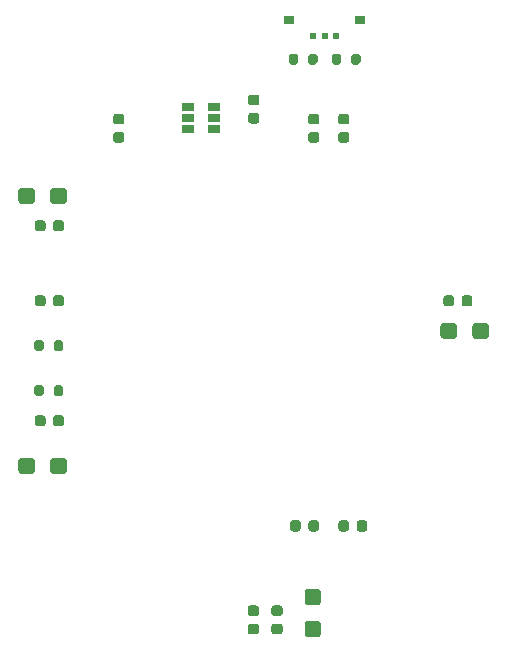
<source format=gbr>
%TF.GenerationSoftware,KiCad,Pcbnew,5.1.9+dfsg1-1~bpo10+1*%
%TF.CreationDate,2023-04-26T15:41:01+02:00*%
%TF.ProjectId,IIsiPDSAdapter,49497369-5044-4534-9164-61707465722e,rev?*%
%TF.SameCoordinates,Original*%
%TF.FileFunction,Paste,Top*%
%TF.FilePolarity,Positive*%
%FSLAX46Y46*%
G04 Gerber Fmt 4.6, Leading zero omitted, Abs format (unit mm)*
G04 Created by KiCad (PCBNEW 5.1.9+dfsg1-1~bpo10+1) date 2023-04-26 15:41:01*
%MOMM*%
%LPD*%
G01*
G04 APERTURE LIST*
%ADD10R,0.900000X0.700000*%
%ADD11R,0.600000X0.510000*%
%ADD12R,1.060000X0.650000*%
G04 APERTURE END LIST*
D10*
%TO.C,S1*%
X88000000Y-99925000D03*
X82000000Y-99925000D03*
D11*
X86000000Y-101280000D03*
X85000000Y-101280000D03*
X84000000Y-101280000D03*
%TD*%
%TO.C,C16*%
G36*
G01*
X86870000Y-108775000D02*
X86370000Y-108775000D01*
G75*
G02*
X86145000Y-108550000I0J225000D01*
G01*
X86145000Y-108100000D01*
G75*
G02*
X86370000Y-107875000I225000J0D01*
G01*
X86870000Y-107875000D01*
G75*
G02*
X87095000Y-108100000I0J-225000D01*
G01*
X87095000Y-108550000D01*
G75*
G02*
X86870000Y-108775000I-225000J0D01*
G01*
G37*
G36*
G01*
X86870000Y-110325000D02*
X86370000Y-110325000D01*
G75*
G02*
X86145000Y-110100000I0J225000D01*
G01*
X86145000Y-109650000D01*
G75*
G02*
X86370000Y-109425000I225000J0D01*
G01*
X86870000Y-109425000D01*
G75*
G02*
X87095000Y-109650000I0J-225000D01*
G01*
X87095000Y-110100000D01*
G75*
G02*
X86870000Y-110325000I-225000J0D01*
G01*
G37*
%TD*%
%TO.C,C15*%
G36*
G01*
X83574999Y-150800000D02*
X84425001Y-150800000D01*
G75*
G02*
X84675000Y-151049999I0J-249999D01*
G01*
X84675000Y-151950001D01*
G75*
G02*
X84425001Y-152200000I-249999J0D01*
G01*
X83574999Y-152200000D01*
G75*
G02*
X83325000Y-151950001I0J249999D01*
G01*
X83325000Y-151049999D01*
G75*
G02*
X83574999Y-150800000I249999J0D01*
G01*
G37*
G36*
G01*
X83574999Y-148100000D02*
X84425001Y-148100000D01*
G75*
G02*
X84675000Y-148349999I0J-249999D01*
G01*
X84675000Y-149250001D01*
G75*
G02*
X84425001Y-149500000I-249999J0D01*
G01*
X83574999Y-149500000D01*
G75*
G02*
X83325000Y-149250001I0J249999D01*
G01*
X83325000Y-148349999D01*
G75*
G02*
X83574999Y-148100000I249999J0D01*
G01*
G37*
%TD*%
D12*
%TO.C,U1*%
X75600000Y-108250000D03*
X75600000Y-107300000D03*
X75600000Y-109200000D03*
X73400000Y-109200000D03*
X73400000Y-108250000D03*
X73400000Y-107300000D03*
%TD*%
%TO.C,R5*%
G36*
G01*
X86391000Y-102975000D02*
X86391000Y-103525000D01*
G75*
G02*
X86191000Y-103725000I-200000J0D01*
G01*
X85791000Y-103725000D01*
G75*
G02*
X85591000Y-103525000I0J200000D01*
G01*
X85591000Y-102975000D01*
G75*
G02*
X85791000Y-102775000I200000J0D01*
G01*
X86191000Y-102775000D01*
G75*
G02*
X86391000Y-102975000I0J-200000D01*
G01*
G37*
G36*
G01*
X88041000Y-102975000D02*
X88041000Y-103525000D01*
G75*
G02*
X87841000Y-103725000I-200000J0D01*
G01*
X87441000Y-103725000D01*
G75*
G02*
X87241000Y-103525000I0J200000D01*
G01*
X87241000Y-102975000D01*
G75*
G02*
X87441000Y-102775000I200000J0D01*
G01*
X87841000Y-102775000D01*
G75*
G02*
X88041000Y-102975000I0J-200000D01*
G01*
G37*
%TD*%
%TO.C,R4*%
G36*
G01*
X83600000Y-103525000D02*
X83600000Y-102975000D01*
G75*
G02*
X83800000Y-102775000I200000J0D01*
G01*
X84200000Y-102775000D01*
G75*
G02*
X84400000Y-102975000I0J-200000D01*
G01*
X84400000Y-103525000D01*
G75*
G02*
X84200000Y-103725000I-200000J0D01*
G01*
X83800000Y-103725000D01*
G75*
G02*
X83600000Y-103525000I0J200000D01*
G01*
G37*
G36*
G01*
X81950000Y-103525000D02*
X81950000Y-102975000D01*
G75*
G02*
X82150000Y-102775000I200000J0D01*
G01*
X82550000Y-102775000D01*
G75*
G02*
X82750000Y-102975000I0J-200000D01*
G01*
X82750000Y-103525000D01*
G75*
G02*
X82550000Y-103725000I-200000J0D01*
G01*
X82150000Y-103725000D01*
G75*
G02*
X81950000Y-103525000I0J200000D01*
G01*
G37*
%TD*%
%TO.C,C14*%
G36*
G01*
X79250000Y-107150000D02*
X78750000Y-107150000D01*
G75*
G02*
X78525000Y-106925000I0J225000D01*
G01*
X78525000Y-106475000D01*
G75*
G02*
X78750000Y-106250000I225000J0D01*
G01*
X79250000Y-106250000D01*
G75*
G02*
X79475000Y-106475000I0J-225000D01*
G01*
X79475000Y-106925000D01*
G75*
G02*
X79250000Y-107150000I-225000J0D01*
G01*
G37*
G36*
G01*
X79250000Y-108700000D02*
X78750000Y-108700000D01*
G75*
G02*
X78525000Y-108475000I0J225000D01*
G01*
X78525000Y-108025000D01*
G75*
G02*
X78750000Y-107800000I225000J0D01*
G01*
X79250000Y-107800000D01*
G75*
G02*
X79475000Y-108025000I0J-225000D01*
G01*
X79475000Y-108475000D01*
G75*
G02*
X79250000Y-108700000I-225000J0D01*
G01*
G37*
%TD*%
%TO.C,C7*%
G36*
G01*
X87720000Y-143013000D02*
X87720000Y-142513000D01*
G75*
G02*
X87945000Y-142288000I225000J0D01*
G01*
X88395000Y-142288000D01*
G75*
G02*
X88620000Y-142513000I0J-225000D01*
G01*
X88620000Y-143013000D01*
G75*
G02*
X88395000Y-143238000I-225000J0D01*
G01*
X87945000Y-143238000D01*
G75*
G02*
X87720000Y-143013000I0J225000D01*
G01*
G37*
G36*
G01*
X86170000Y-143013000D02*
X86170000Y-142513000D01*
G75*
G02*
X86395000Y-142288000I225000J0D01*
G01*
X86845000Y-142288000D01*
G75*
G02*
X87070000Y-142513000I0J-225000D01*
G01*
X87070000Y-143013000D01*
G75*
G02*
X86845000Y-143238000I-225000J0D01*
G01*
X86395000Y-143238000D01*
G75*
G02*
X86170000Y-143013000I0J225000D01*
G01*
G37*
%TD*%
%TO.C,C4*%
G36*
G01*
X96610000Y-123960000D02*
X96610000Y-123460000D01*
G75*
G02*
X96835000Y-123235000I225000J0D01*
G01*
X97285000Y-123235000D01*
G75*
G02*
X97510000Y-123460000I0J-225000D01*
G01*
X97510000Y-123960000D01*
G75*
G02*
X97285000Y-124185000I-225000J0D01*
G01*
X96835000Y-124185000D01*
G75*
G02*
X96610000Y-123960000I0J225000D01*
G01*
G37*
G36*
G01*
X95060000Y-123960000D02*
X95060000Y-123460000D01*
G75*
G02*
X95285000Y-123235000I225000J0D01*
G01*
X95735000Y-123235000D01*
G75*
G02*
X95960000Y-123460000I0J-225000D01*
G01*
X95960000Y-123960000D01*
G75*
G02*
X95735000Y-124185000I-225000J0D01*
G01*
X95285000Y-124185000D01*
G75*
G02*
X95060000Y-123960000I0J225000D01*
G01*
G37*
%TD*%
%TO.C,C3*%
G36*
G01*
X84330000Y-108775000D02*
X83830000Y-108775000D01*
G75*
G02*
X83605000Y-108550000I0J225000D01*
G01*
X83605000Y-108100000D01*
G75*
G02*
X83830000Y-107875000I225000J0D01*
G01*
X84330000Y-107875000D01*
G75*
G02*
X84555000Y-108100000I0J-225000D01*
G01*
X84555000Y-108550000D01*
G75*
G02*
X84330000Y-108775000I-225000J0D01*
G01*
G37*
G36*
G01*
X84330000Y-110325000D02*
X83830000Y-110325000D01*
G75*
G02*
X83605000Y-110100000I0J225000D01*
G01*
X83605000Y-109650000D01*
G75*
G02*
X83830000Y-109425000I225000J0D01*
G01*
X84330000Y-109425000D01*
G75*
G02*
X84555000Y-109650000I0J-225000D01*
G01*
X84555000Y-110100000D01*
G75*
G02*
X84330000Y-110325000I-225000J0D01*
G01*
G37*
%TD*%
%TO.C,C2*%
G36*
G01*
X61370000Y-123460000D02*
X61370000Y-123960000D01*
G75*
G02*
X61145000Y-124185000I-225000J0D01*
G01*
X60695000Y-124185000D01*
G75*
G02*
X60470000Y-123960000I0J225000D01*
G01*
X60470000Y-123460000D01*
G75*
G02*
X60695000Y-123235000I225000J0D01*
G01*
X61145000Y-123235000D01*
G75*
G02*
X61370000Y-123460000I0J-225000D01*
G01*
G37*
G36*
G01*
X62920000Y-123460000D02*
X62920000Y-123960000D01*
G75*
G02*
X62695000Y-124185000I-225000J0D01*
G01*
X62245000Y-124185000D01*
G75*
G02*
X62020000Y-123960000I0J225000D01*
G01*
X62020000Y-123460000D01*
G75*
G02*
X62245000Y-123235000I225000J0D01*
G01*
X62695000Y-123235000D01*
G75*
G02*
X62920000Y-123460000I0J-225000D01*
G01*
G37*
%TD*%
%TO.C,C1*%
G36*
G01*
X61370000Y-133620000D02*
X61370000Y-134120000D01*
G75*
G02*
X61145000Y-134345000I-225000J0D01*
G01*
X60695000Y-134345000D01*
G75*
G02*
X60470000Y-134120000I0J225000D01*
G01*
X60470000Y-133620000D01*
G75*
G02*
X60695000Y-133395000I225000J0D01*
G01*
X61145000Y-133395000D01*
G75*
G02*
X61370000Y-133620000I0J-225000D01*
G01*
G37*
G36*
G01*
X62920000Y-133620000D02*
X62920000Y-134120000D01*
G75*
G02*
X62695000Y-134345000I-225000J0D01*
G01*
X62245000Y-134345000D01*
G75*
G02*
X62020000Y-134120000I0J225000D01*
G01*
X62020000Y-133620000D01*
G75*
G02*
X62245000Y-133395000I225000J0D01*
G01*
X62695000Y-133395000D01*
G75*
G02*
X62920000Y-133620000I0J-225000D01*
G01*
G37*
%TD*%
%TO.C,C13*%
G36*
G01*
X60470000Y-137254999D02*
X60470000Y-138105001D01*
G75*
G02*
X60220001Y-138355000I-249999J0D01*
G01*
X59319999Y-138355000D01*
G75*
G02*
X59070000Y-138105001I0J249999D01*
G01*
X59070000Y-137254999D01*
G75*
G02*
X59319999Y-137005000I249999J0D01*
G01*
X60220001Y-137005000D01*
G75*
G02*
X60470000Y-137254999I0J-249999D01*
G01*
G37*
G36*
G01*
X63170000Y-137254999D02*
X63170000Y-138105001D01*
G75*
G02*
X62920001Y-138355000I-249999J0D01*
G01*
X62019999Y-138355000D01*
G75*
G02*
X61770000Y-138105001I0J249999D01*
G01*
X61770000Y-137254999D01*
G75*
G02*
X62019999Y-137005000I249999J0D01*
G01*
X62920001Y-137005000D01*
G75*
G02*
X63170000Y-137254999I0J-249999D01*
G01*
G37*
%TD*%
%TO.C,C8*%
G36*
G01*
X82980000Y-142513000D02*
X82980000Y-143013000D01*
G75*
G02*
X82755000Y-143238000I-225000J0D01*
G01*
X82305000Y-143238000D01*
G75*
G02*
X82080000Y-143013000I0J225000D01*
G01*
X82080000Y-142513000D01*
G75*
G02*
X82305000Y-142288000I225000J0D01*
G01*
X82755000Y-142288000D01*
G75*
G02*
X82980000Y-142513000I0J-225000D01*
G01*
G37*
G36*
G01*
X84530000Y-142513000D02*
X84530000Y-143013000D01*
G75*
G02*
X84305000Y-143238000I-225000J0D01*
G01*
X83855000Y-143238000D01*
G75*
G02*
X83630000Y-143013000I0J225000D01*
G01*
X83630000Y-142513000D01*
G75*
G02*
X83855000Y-142288000I225000J0D01*
G01*
X84305000Y-142288000D01*
G75*
G02*
X84530000Y-142513000I0J-225000D01*
G01*
G37*
%TD*%
%TO.C,C12*%
G36*
G01*
X60470000Y-114394999D02*
X60470000Y-115245001D01*
G75*
G02*
X60220001Y-115495000I-249999J0D01*
G01*
X59319999Y-115495000D01*
G75*
G02*
X59070000Y-115245001I0J249999D01*
G01*
X59070000Y-114394999D01*
G75*
G02*
X59319999Y-114145000I249999J0D01*
G01*
X60220001Y-114145000D01*
G75*
G02*
X60470000Y-114394999I0J-249999D01*
G01*
G37*
G36*
G01*
X63170000Y-114394999D02*
X63170000Y-115245001D01*
G75*
G02*
X62920001Y-115495000I-249999J0D01*
G01*
X62019999Y-115495000D01*
G75*
G02*
X61770000Y-115245001I0J249999D01*
G01*
X61770000Y-114394999D01*
G75*
G02*
X62019999Y-114145000I249999J0D01*
G01*
X62920001Y-114145000D01*
G75*
G02*
X63170000Y-114394999I0J-249999D01*
G01*
G37*
%TD*%
%TO.C,C11*%
G36*
G01*
X97510000Y-126675001D02*
X97510000Y-125824999D01*
G75*
G02*
X97759999Y-125575000I249999J0D01*
G01*
X98660001Y-125575000D01*
G75*
G02*
X98910000Y-125824999I0J-249999D01*
G01*
X98910000Y-126675001D01*
G75*
G02*
X98660001Y-126925000I-249999J0D01*
G01*
X97759999Y-126925000D01*
G75*
G02*
X97510000Y-126675001I0J249999D01*
G01*
G37*
G36*
G01*
X94810000Y-126675001D02*
X94810000Y-125824999D01*
G75*
G02*
X95059999Y-125575000I249999J0D01*
G01*
X95960001Y-125575000D01*
G75*
G02*
X96210000Y-125824999I0J-249999D01*
G01*
X96210000Y-126675001D01*
G75*
G02*
X95960001Y-126925000I-249999J0D01*
G01*
X95059999Y-126925000D01*
G75*
G02*
X94810000Y-126675001I0J249999D01*
G01*
G37*
%TD*%
%TO.C,C10*%
G36*
G01*
X80720000Y-151050000D02*
X81220000Y-151050000D01*
G75*
G02*
X81445000Y-151275000I0J-225000D01*
G01*
X81445000Y-151725000D01*
G75*
G02*
X81220000Y-151950000I-225000J0D01*
G01*
X80720000Y-151950000D01*
G75*
G02*
X80495000Y-151725000I0J225000D01*
G01*
X80495000Y-151275000D01*
G75*
G02*
X80720000Y-151050000I225000J0D01*
G01*
G37*
G36*
G01*
X80720000Y-149500000D02*
X81220000Y-149500000D01*
G75*
G02*
X81445000Y-149725000I0J-225000D01*
G01*
X81445000Y-150175000D01*
G75*
G02*
X81220000Y-150400000I-225000J0D01*
G01*
X80720000Y-150400000D01*
G75*
G02*
X80495000Y-150175000I0J225000D01*
G01*
X80495000Y-149725000D01*
G75*
G02*
X80720000Y-149500000I225000J0D01*
G01*
G37*
%TD*%
%TO.C,C9*%
G36*
G01*
X78720000Y-151050000D02*
X79220000Y-151050000D01*
G75*
G02*
X79445000Y-151275000I0J-225000D01*
G01*
X79445000Y-151725000D01*
G75*
G02*
X79220000Y-151950000I-225000J0D01*
G01*
X78720000Y-151950000D01*
G75*
G02*
X78495000Y-151725000I0J225000D01*
G01*
X78495000Y-151275000D01*
G75*
G02*
X78720000Y-151050000I225000J0D01*
G01*
G37*
G36*
G01*
X78720000Y-149500000D02*
X79220000Y-149500000D01*
G75*
G02*
X79445000Y-149725000I0J-225000D01*
G01*
X79445000Y-150175000D01*
G75*
G02*
X79220000Y-150400000I-225000J0D01*
G01*
X78720000Y-150400000D01*
G75*
G02*
X78495000Y-150175000I0J225000D01*
G01*
X78495000Y-149725000D01*
G75*
G02*
X78720000Y-149500000I225000J0D01*
G01*
G37*
%TD*%
%TO.C,R2*%
G36*
G01*
X61220000Y-131055000D02*
X61220000Y-131605000D01*
G75*
G02*
X61020000Y-131805000I-200000J0D01*
G01*
X60620000Y-131805000D01*
G75*
G02*
X60420000Y-131605000I0J200000D01*
G01*
X60420000Y-131055000D01*
G75*
G02*
X60620000Y-130855000I200000J0D01*
G01*
X61020000Y-130855000D01*
G75*
G02*
X61220000Y-131055000I0J-200000D01*
G01*
G37*
G36*
G01*
X62870000Y-131055000D02*
X62870000Y-131605000D01*
G75*
G02*
X62670000Y-131805000I-200000J0D01*
G01*
X62270000Y-131805000D01*
G75*
G02*
X62070000Y-131605000I0J200000D01*
G01*
X62070000Y-131055000D01*
G75*
G02*
X62270000Y-130855000I200000J0D01*
G01*
X62670000Y-130855000D01*
G75*
G02*
X62870000Y-131055000I0J-200000D01*
G01*
G37*
%TD*%
%TO.C,R1*%
G36*
G01*
X61220000Y-127245000D02*
X61220000Y-127795000D01*
G75*
G02*
X61020000Y-127995000I-200000J0D01*
G01*
X60620000Y-127995000D01*
G75*
G02*
X60420000Y-127795000I0J200000D01*
G01*
X60420000Y-127245000D01*
G75*
G02*
X60620000Y-127045000I200000J0D01*
G01*
X61020000Y-127045000D01*
G75*
G02*
X61220000Y-127245000I0J-200000D01*
G01*
G37*
G36*
G01*
X62870000Y-127245000D02*
X62870000Y-127795000D01*
G75*
G02*
X62670000Y-127995000I-200000J0D01*
G01*
X62270000Y-127995000D01*
G75*
G02*
X62070000Y-127795000I0J200000D01*
G01*
X62070000Y-127245000D01*
G75*
G02*
X62270000Y-127045000I200000J0D01*
G01*
X62670000Y-127045000D01*
G75*
G02*
X62870000Y-127245000I0J-200000D01*
G01*
G37*
%TD*%
%TO.C,C5*%
G36*
G01*
X61370000Y-117110000D02*
X61370000Y-117610000D01*
G75*
G02*
X61145000Y-117835000I-225000J0D01*
G01*
X60695000Y-117835000D01*
G75*
G02*
X60470000Y-117610000I0J225000D01*
G01*
X60470000Y-117110000D01*
G75*
G02*
X60695000Y-116885000I225000J0D01*
G01*
X61145000Y-116885000D01*
G75*
G02*
X61370000Y-117110000I0J-225000D01*
G01*
G37*
G36*
G01*
X62920000Y-117110000D02*
X62920000Y-117610000D01*
G75*
G02*
X62695000Y-117835000I-225000J0D01*
G01*
X62245000Y-117835000D01*
G75*
G02*
X62020000Y-117610000I0J225000D01*
G01*
X62020000Y-117110000D01*
G75*
G02*
X62245000Y-116885000I225000J0D01*
G01*
X62695000Y-116885000D01*
G75*
G02*
X62920000Y-117110000I0J-225000D01*
G01*
G37*
%TD*%
%TO.C,C6*%
G36*
G01*
X67820000Y-108775000D02*
X67320000Y-108775000D01*
G75*
G02*
X67095000Y-108550000I0J225000D01*
G01*
X67095000Y-108100000D01*
G75*
G02*
X67320000Y-107875000I225000J0D01*
G01*
X67820000Y-107875000D01*
G75*
G02*
X68045000Y-108100000I0J-225000D01*
G01*
X68045000Y-108550000D01*
G75*
G02*
X67820000Y-108775000I-225000J0D01*
G01*
G37*
G36*
G01*
X67820000Y-110325000D02*
X67320000Y-110325000D01*
G75*
G02*
X67095000Y-110100000I0J225000D01*
G01*
X67095000Y-109650000D01*
G75*
G02*
X67320000Y-109425000I225000J0D01*
G01*
X67820000Y-109425000D01*
G75*
G02*
X68045000Y-109650000I0J-225000D01*
G01*
X68045000Y-110100000D01*
G75*
G02*
X67820000Y-110325000I-225000J0D01*
G01*
G37*
%TD*%
M02*

</source>
